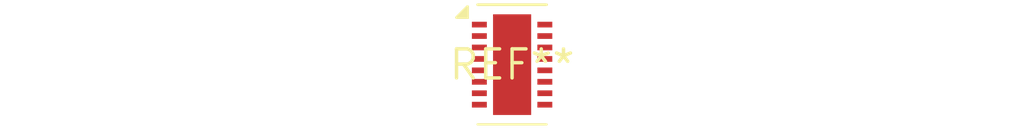
<source format=kicad_pcb>
(kicad_pcb (version 20240108) (generator pcbnew)
  (layers (0 "F.Cu" signal) (31 "B.Cu" signal) (34 "B.Paste" user) (35 "F.Paste" user) (36 "B.SilkS" user "B.Silkscreen") (37 "F.SilkS" user "F.Silkscreen") (38 "B.Mask" user) (39 "F.Mask" user) (44 "Edge.Cuts" user))
  (net 0 "")
  (footprint "DFN-16-1EP_3x5mm_P0.5mm_EP1.66x4.4mm" (layer "F.Cu") (at 0 0)
    (property "Reference" "REF**")
    (property "Value" "DFN-16-1EP_3x5mm_P0.5mm_EP1.66x4.4mm")
    (fp_line (start -1.5 -2.62) (end 1.5 -2.62) (layer "F.SilkS") (stroke (width 0.12)))
    (fp_line (start -1.5 2.61) (end 1.5 2.61) (layer "F.SilkS") (stroke (width 0.1)))
    (fp_poly (pts (xy -1.94 -2.06) (xy -2.42 -2.06) (xy -1.94 -2.54) (xy -1.94 -2.06)) (layer "F.SilkS") (stroke (width 0.12)) (fill solid))
    (pad "1" smd rect (at -1.425 -1.75) (size 0.65 0.25) (layers "F.Cu" "F.Paste" "F.Mask"))
    (pad "2" smd rect (at -1.425 -1.25) (size 0.65 0.25) (layers "F.Cu" "F.Paste" "F.Mask"))
    (pad "3" smd rect (at -1.425 -0.75) (size 0.65 0.25) (layers "F.Cu" "F.Paste" "F.Mask"))
    (pad "4" smd rect (at -1.425 -0.25) (size 0.65 0.25) (layers "F.Cu" "F.Paste" "F.Mask"))
    (pad "5" smd rect (at -1.425 0.25) (size 0.65 0.25) (layers "F.Cu" "F.Paste" "F.Mask"))
    (pad "6" smd rect (at -1.425 0.75) (size 0.65 0.25) (layers "F.Cu" "F.Paste" "F.Mask"))
    (pad "7" smd rect (at -1.425 1.25) (size 0.65 0.25) (layers "F.Cu" "F.Paste" "F.Mask"))
    (pad "8" smd rect (at -1.425 1.75) (size 0.65 0.25) (layers "F.Cu" "F.Paste" "F.Mask"))
    (pad "9" smd rect (at 1.425 1.75) (size 0.65 0.25) (layers "F.Cu" "F.Paste" "F.Mask"))
    (pad "10" smd rect (at 1.425 1.25) (size 0.65 0.25) (layers "F.Cu" "F.Paste" "F.Mask"))
    (pad "11" smd rect (at 1.425 0.75) (size 0.65 0.25) (layers "F.Cu" "F.Paste" "F.Mask"))
    (pad "12" smd rect (at 1.425 0.25) (size 0.65 0.25) (layers "F.Cu" "F.Paste" "F.Mask"))
    (pad "13" smd rect (at 1.425 -0.25) (size 0.65 0.25) (layers "F.Cu" "F.Paste" "F.Mask"))
    (pad "14" smd rect (at 1.425 -0.75) (size 0.65 0.25) (layers "F.Cu" "F.Paste" "F.Mask"))
    (pad "15" smd rect (at 1.425 -1.25) (size 0.65 0.25) (layers "F.Cu" "F.Paste" "F.Mask"))
    (pad "16" smd rect (at 1.425 -1.75) (size 0.65 0.25) (layers "F.Cu" "F.Paste" "F.Mask"))
    (pad "17" smd rect (at 0 0) (size 1.66 4.4) (layers "F.Cu" "F.Mask"))
  )
)
</source>
